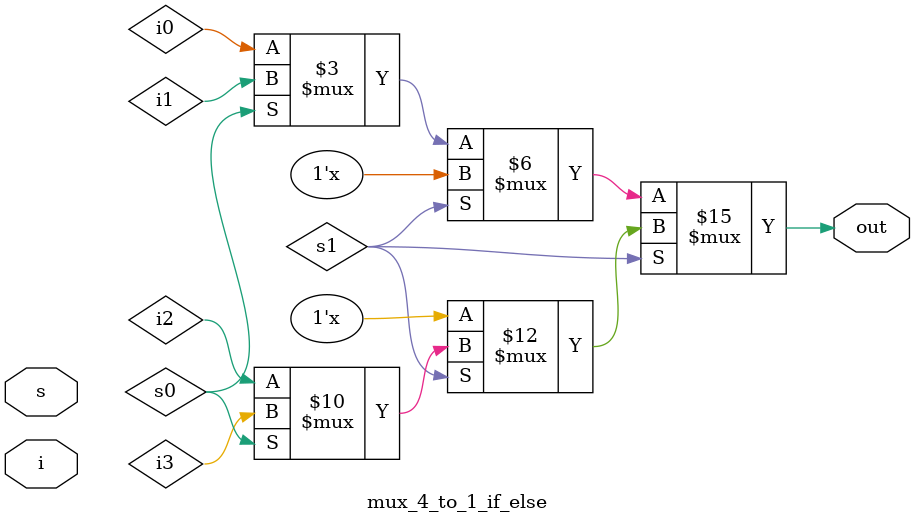
<source format=v>
module mux_4_to_1_if_else(
    i, s, out
);
    input [3: 0] i;
    input [1: 0] s;
    output reg out;

    always @(*) begin
        if(s1) begin
            if(s0) out = i3; else out = i2;
        end
        else begin
            if(s0) out = i1; else out = i0;
        end
    end
endmodule
</source>
